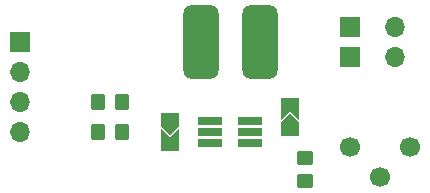
<source format=gbr>
%TF.GenerationSoftware,KiCad,Pcbnew,(6.0.6)*%
%TF.CreationDate,2023-04-07T17:46:17+02:00*%
%TF.ProjectId,LedDriver,4c656444-7269-4766-9572-2e6b69636164,rev?*%
%TF.SameCoordinates,Original*%
%TF.FileFunction,Soldermask,Top*%
%TF.FilePolarity,Negative*%
%FSLAX46Y46*%
G04 Gerber Fmt 4.6, Leading zero omitted, Abs format (unit mm)*
G04 Created by KiCad (PCBNEW (6.0.6)) date 2023-04-07 17:46:17*
%MOMM*%
%LPD*%
G01*
G04 APERTURE LIST*
G04 Aperture macros list*
%AMRoundRect*
0 Rectangle with rounded corners*
0 $1 Rounding radius*
0 $2 $3 $4 $5 $6 $7 $8 $9 X,Y pos of 4 corners*
0 Add a 4 corners polygon primitive as box body*
4,1,4,$2,$3,$4,$5,$6,$7,$8,$9,$2,$3,0*
0 Add four circle primitives for the rounded corners*
1,1,$1+$1,$2,$3*
1,1,$1+$1,$4,$5*
1,1,$1+$1,$6,$7*
1,1,$1+$1,$8,$9*
0 Add four rect primitives between the rounded corners*
20,1,$1+$1,$2,$3,$4,$5,0*
20,1,$1+$1,$4,$5,$6,$7,0*
20,1,$1+$1,$6,$7,$8,$9,0*
20,1,$1+$1,$8,$9,$2,$3,0*%
%AMFreePoly0*
4,1,6,0.587500,0.000000,1.287500,-0.725000,-0.587500,-0.725000,-0.587500,0.725000,1.287500,0.725000,0.587500,0.000000,0.587500,0.000000,$1*%
%AMFreePoly1*
4,1,6,0.587500,-0.725000,-0.587500,-0.725000,-1.287500,0.000000,-0.587500,0.725000,0.587500,0.725000,0.587500,-0.725000,0.587500,-0.725000,$1*%
G04 Aperture macros list end*
%ADD10R,1.700000X1.700000*%
%ADD11O,1.700000X1.700000*%
%ADD12C,1.700000*%
%ADD13R,2.000000X0.650000*%
%ADD14RoundRect,0.250000X-0.450000X0.350000X-0.450000X-0.350000X0.450000X-0.350000X0.450000X0.350000X0*%
%ADD15RoundRect,0.250000X-0.350000X-0.450000X0.350000X-0.450000X0.350000X0.450000X-0.350000X0.450000X0*%
%ADD16RoundRect,0.750000X-0.750000X-2.400000X0.750000X-2.400000X0.750000X2.400000X-0.750000X2.400000X0*%
%ADD17FreePoly0,270.000000*%
%ADD18FreePoly1,270.000000*%
%ADD19FreePoly0,90.000000*%
%ADD20FreePoly1,90.000000*%
G04 APERTURE END LIST*
D10*
%TO.C,D1*%
X157480000Y-81280000D03*
X157480000Y-78740000D03*
D11*
X161290000Y-81280000D03*
X161290000Y-78740000D03*
%TD*%
D12*
%TO.C,RV1*%
X157480000Y-88900000D03*
X160020000Y-91440000D03*
X162560000Y-88900000D03*
%TD*%
D13*
%TO.C,U1*%
X145610000Y-86680000D03*
X145610000Y-87630000D03*
X145610000Y-88580000D03*
X149030000Y-88580000D03*
X149030000Y-87630000D03*
X149030000Y-86680000D03*
%TD*%
D14*
%TO.C,R3*%
X153670000Y-89805000D03*
X153670000Y-91805000D03*
%TD*%
D15*
%TO.C,R2*%
X136160000Y-87630000D03*
X138160000Y-87630000D03*
%TD*%
%TO.C,R1*%
X138160000Y-85090000D03*
X136160000Y-85090000D03*
%TD*%
D16*
%TO.C,L1*%
X144820000Y-80010000D03*
X149820000Y-80010000D03*
%TD*%
D10*
%TO.C,J1*%
X129540000Y-79985000D03*
D11*
X129540000Y-82525000D03*
X129540000Y-85065000D03*
X129540000Y-87605000D03*
%TD*%
D17*
%TO.C,C2*%
X152400000Y-85322500D03*
D18*
X152400000Y-87397500D03*
%TD*%
D19*
%TO.C,C1*%
X142240000Y-88667500D03*
D20*
X142240000Y-86592500D03*
%TD*%
M02*

</source>
